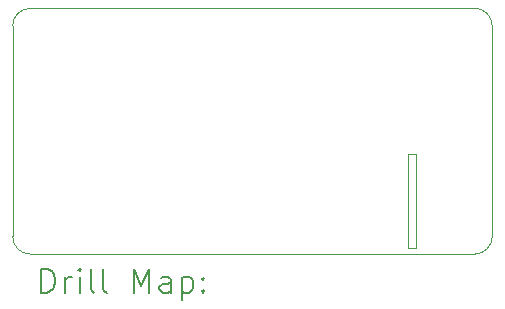
<source format=gbr>
%FSLAX45Y45*%
G04 Gerber Fmt 4.5, Leading zero omitted, Abs format (unit mm)*
G04 Created by KiCad (PCBNEW (5.99.0-10336-g9846076676)) date 2021-04-19 15:00:07*
%MOMM*%
%LPD*%
G01*
G04 APERTURE LIST*
%TA.AperFunction,Profile*%
%ADD10C,0.100000*%
%TD*%
%ADD11C,0.200000*%
G04 APERTURE END LIST*
D10*
X16534700Y-7797000D02*
G75*
G03*
X16684700Y-7647000I0J150000D01*
G01*
X16534700Y-7797000D02*
X12773800Y-7797800D01*
X16684700Y-5865000D02*
X16684700Y-7647000D01*
X16684700Y-5865000D02*
G75*
G03*
X16534700Y-5715000I-150000J0D01*
G01*
X15970000Y-6946500D02*
X16040000Y-6946500D01*
X16040000Y-6946500D02*
X16040000Y-7746500D01*
X16040000Y-7746500D02*
X15970000Y-7746500D01*
X15970000Y-7746500D02*
X15970000Y-6946500D01*
X12623800Y-7647800D02*
G75*
G03*
X12773800Y-7797800I150000J0D01*
G01*
X12773800Y-5715800D02*
X16534700Y-5715000D01*
X12623800Y-7647800D02*
X12623800Y-5865800D01*
X12773800Y-5715800D02*
G75*
G03*
X12623800Y-5865800I0J-150000D01*
G01*
D11*
X12866419Y-8123276D02*
X12866419Y-7923276D01*
X12914038Y-7923276D01*
X12942609Y-7932800D01*
X12961657Y-7951848D01*
X12971181Y-7970895D01*
X12980705Y-8008990D01*
X12980705Y-8037562D01*
X12971181Y-8075657D01*
X12961657Y-8094705D01*
X12942609Y-8113752D01*
X12914038Y-8123276D01*
X12866419Y-8123276D01*
X13066419Y-8123276D02*
X13066419Y-7989943D01*
X13066419Y-8028038D02*
X13075943Y-8008990D01*
X13085467Y-7999467D01*
X13104514Y-7989943D01*
X13123562Y-7989943D01*
X13190228Y-8123276D02*
X13190228Y-7989943D01*
X13190228Y-7923276D02*
X13180705Y-7932800D01*
X13190228Y-7942324D01*
X13199752Y-7932800D01*
X13190228Y-7923276D01*
X13190228Y-7942324D01*
X13314038Y-8123276D02*
X13294990Y-8113752D01*
X13285467Y-8094705D01*
X13285467Y-7923276D01*
X13418800Y-8123276D02*
X13399752Y-8113752D01*
X13390228Y-8094705D01*
X13390228Y-7923276D01*
X13647371Y-8123276D02*
X13647371Y-7923276D01*
X13714038Y-8066133D01*
X13780705Y-7923276D01*
X13780705Y-8123276D01*
X13961657Y-8123276D02*
X13961657Y-8018514D01*
X13952133Y-7999467D01*
X13933086Y-7989943D01*
X13894990Y-7989943D01*
X13875943Y-7999467D01*
X13961657Y-8113752D02*
X13942609Y-8123276D01*
X13894990Y-8123276D01*
X13875943Y-8113752D01*
X13866419Y-8094705D01*
X13866419Y-8075657D01*
X13875943Y-8056609D01*
X13894990Y-8047086D01*
X13942609Y-8047086D01*
X13961657Y-8037562D01*
X14056895Y-7989943D02*
X14056895Y-8189943D01*
X14056895Y-7999467D02*
X14075943Y-7989943D01*
X14114038Y-7989943D01*
X14133086Y-7999467D01*
X14142609Y-8008990D01*
X14152133Y-8028038D01*
X14152133Y-8085181D01*
X14142609Y-8104228D01*
X14133086Y-8113752D01*
X14114038Y-8123276D01*
X14075943Y-8123276D01*
X14056895Y-8113752D01*
X14237848Y-8104228D02*
X14247371Y-8113752D01*
X14237848Y-8123276D01*
X14228324Y-8113752D01*
X14237848Y-8104228D01*
X14237848Y-8123276D01*
X14237848Y-7999467D02*
X14247371Y-8008990D01*
X14237848Y-8018514D01*
X14228324Y-8008990D01*
X14237848Y-7999467D01*
X14237848Y-8018514D01*
M02*

</source>
